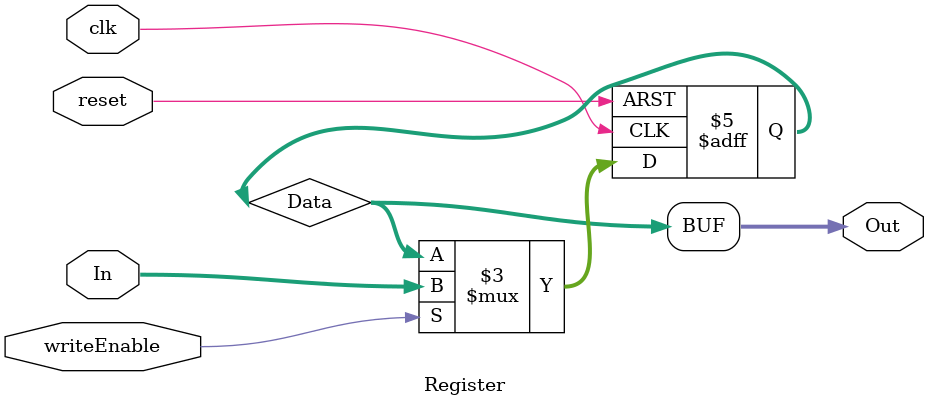
<source format=sv>
module Register(
    input logic clk, reset, writeEnable, 
    input logic [7:0] In,
    output logic [7:0] Out
);
    logic [7:0] Data;

    always_comb begin
        Out = Data;
    end

    always_ff @(posedge clk, posedge reset) begin
        if(reset) begin
            Data <= 8'b00000000;
        end else if(writeEnable) begin
            Data <= In;
        end
    end
endmodule
</source>
